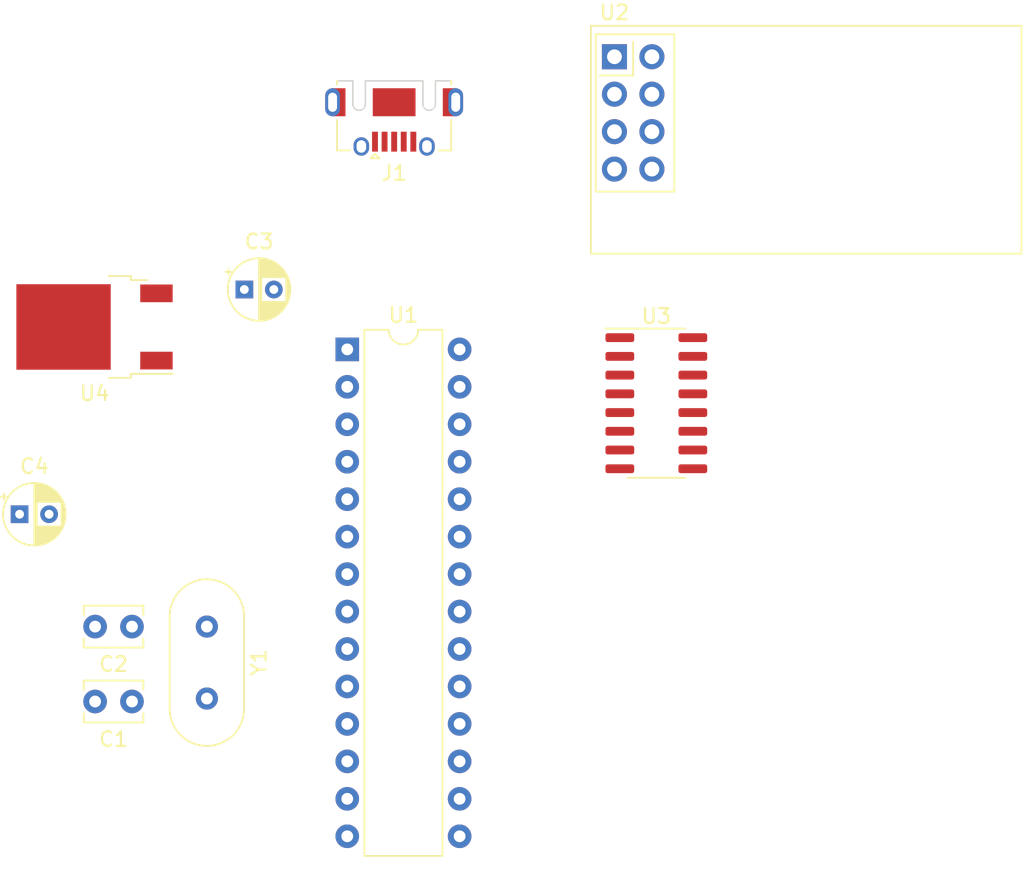
<source format=kicad_pcb>
(kicad_pcb (version 20211014) (generator pcbnew)
  (layers (0 "F.Cu" signal) (31 "B.Cu" signal) (34 "B.Paste" user) (35 "F.Paste" user) (36 "B.SilkS" user "B.Silkscreen") (37 "F.SilkS" user "F.Silkscreen") (38 "B.Mask" user) (39 "F.Mask" user) (44 "Edge.Cuts" user))
  (net 0 "")
  (net 1 "Net-(C1-Pad1)")
  (net 2 "Net-(C1-Pad2)")
  (net 3 "Net-(C2-Pad1)")
  (net 4 "Net-(C3-Pad1)")
  (net 5 "Net-(C4-Pad1)")
  (net 6 "Net-(J1-Pad2)")
  (net 7 "Net-(J1-Pad3)")
  (net 10 "Net-(U1-Pad2)")
  (net 11 "Net-(U1-Pad3)")
  (net 18 "Net-(U1-Pad14)")
  (net 19 "Net-(U1-Pad15)")
  (net 20 "Net-(U1-Pad16)")
  (net 21 "Net-(U1-Pad17)")
  (net 22 "Net-(U1-Pad18)")
  (net 23 "Net-(U1-Pad19)")
  (footprint "Connector_USB:USB_Micro-AB_Molex_47590-0001" (layer "F.Cu") (at 127 53.34 180)
    (fp_text reference "J1" (at 0 -4.8) (layer "F.SilkS"))
    (fp_text value "USB_B_Micro")
    (fp_line (start 1.3 -3.5) (end 1.6 -3.8) (layer "F.SilkS") (width 0.12))
    (fp_line (start -3.87 -3.27) (end -3.87 -1.2) (layer "F.SilkS") (width 0.12))
    (fp_line (start -3.87 -3.27) (end -3 -3.27) (layer "F.SilkS") (width 0.12))
    (fp_line (start 3.87 1.2) (end 3.87 1.45) (layer "F.SilkS") (width 0.12))
    (fp_line (start 1 -3.8) (end 1.6 -3.8) (layer "F.SilkS") (width 0.12))
    (fp_line (start 3.87 -3.27) (end 3.87 -1.2) (layer "F.SilkS") (width 0.12))
    (fp_line (start 3 -3.27) (end 3.87 -3.27) (layer "F.SilkS") (width 0.12))
    (fp_line (start 1.3 -3.5) (end 1 -3.8) (layer "F.SilkS") (width 0.12))
    (fp_line (start -3.87 1.2) (end -3.87 1.45) (layer "F.SilkS") (width 0.12))
    (fp_line (start 2.8 1.45) (end 3.75 1.45) (layer "Edge.Cuts") (width 0.1))
    (fp_line (start -1.95 1.45) (end 1.95 1.45) (layer "Edge.Cuts") (width 0.1))
    (fp_line (start 1.95 -0.125) (end 1.95 1.45) (layer "Edge.Cuts") (width 0.1))
    (fp_line (start -2.8 -0.125) (end -2.8 1.45) (layer "Edge.Cuts") (width 0.1))
    (fp_line (start -3.75 1.45) (end -2.8 1.45) (layer "Edge.Cuts") (width 0.1))
    (fp_line (start -1.95 -0.125) (end -1.95 1.45) (layer "Edge.Cuts") (width 0.1))
    (fp_line (start 2.8 -0.125) (end 2.8 1.45) (layer "Edge.Cuts") (width 0.1))
    (fp_arc (start -2.8 -0.125) (mid -2.375 -0.55) (end -1.95 -0.125) (layer "Edge.Cuts") (width 0.1))
    (fp_arc (start 1.95 -0.125) (mid 2.375 -0.55) (end 2.8 -0.125) (layer "Edge.Cuts") (width 0.1))
    (pad "1" smd rect (at 1.3 -2.675 180) (size 0.4 1.35) (layers "F.Cu" "F.Paste" "F.Mask") (net 5 "Net-(C4-Pad1)"))
    (pad "2" smd rect (at 0.65 -2.675 180) (size 0.4 1.35) (layers "F.Cu" "F.Paste" "F.Mask") (net 6 "Net-(J1-Pad2)"))
    (pad "3" smd rect (at 0 -2.675 180) (size 0.4 1.35) (layers "F.Cu" "F.Paste" "F.Mask") (net 7 "Net-(J1-Pad3)"))
    (pad "4" smd rect (at -0.65 -2.675 180) (size 0.4 1.35) (layers "F.Cu" "F.Paste" "F.Mask"))
    (pad "5" smd rect (at -1.3 -2.675 180) (size 0.4 1.35) (layers "F.Cu" "F.Paste" "F.Mask") (net 2 "Net-(C1-Pad2)"))
    (pad "6" smd rect (at 0 0 180) (size 2.9 1.9) (layers "F.Cu" "F.Paste" "F.Mask") (net 2 "Net-(C1-Pad2)"))
    (pad "6" thru_hole oval (at -4.175 0 180) (size 1 1.9) (drill oval 0.6 1.3) (layers *.Cu *.Mask) (net 2 "Net-(C1-Pad2)"))
    (pad "6" thru_hole oval (at -2.225 -3 180) (size 1.05 1.25) (drill oval 0.65 0.85) (layers *.Cu *.Mask) (net 2 "Net-(C1-Pad2)"))
    (pad "6" smd rect (at 3.7375 0 180) (size 0.875 1.9) (layers "F.Cu" "F.Mask") (net 2 "Net-(C1-Pad2)"))
    (pad "6" thru_hole oval (at 2.225 -3 180) (size 1.05 1.25) (drill oval 0.65 0.85) (layers *.Cu *.Mask) (net 2 "Net-(C1-Pad2)"))
    (pad "6" smd rect (at -3.7375 0 180) (size 0.875 1.9) (layers "F.Cu" "F.Mask") (net 2 "Net-(C1-Pad2)"))
    (pad "6" thru_hole oval (at 4.175 0 180) (size 1 1.9) (drill oval 0.6 1.3) (layers *.Cu *.Mask) (net 2 "Net-(C1-Pad2)"))
  )
  (footprint "Crystal:Crystal_HC49-U_Vertical" (layer "F.Cu") (at 114.3 88.9 -90)
    (fp_text reference "Y1" (at 2.44 -3.525 90) (layer "F.SilkS"))
    (fp_text value "16MHz")
    (fp_line (start -0.685 -2.525) (end 5.565 -2.525) (layer "F.SilkS") (width 0.12))
    (fp_line (start -0.685 2.525) (end 5.565 2.525) (layer "F.SilkS") (width 0.12))
    (fp_arc (start 5.565 -2.525) (mid 8.09 0) (end 5.565 2.525) (layer "F.SilkS") (width 0.12))
    (fp_arc (start -0.685 2.525) (mid -3.21 0) (end -0.685 -2.525) (layer "F.SilkS") (width 0.12))
    (pad "1" thru_hole circle (at 0 0 270) (size 1.5 1.5) (drill 0.8) (layers *.Cu *.Mask) (net 3 "Net-(C2-Pad1)"))
    (pad "2" thru_hole circle (at 4.88 0 270) (size 1.5 1.5) (drill 0.8) (layers *.Cu *.Mask) (net 1 "Net-(C1-Pad1)"))
  )
  (footprint "Capacitor_THT:C_Disc_D3.8mm_W2.6mm_P2.50mm" (layer "F.Cu") (at 109.22 88.9 180)
    (fp_text reference "C2" (at 1.25 -2.55) (layer "F.SilkS"))
    (fp_text value "22pF")
    (fp_line (start -0.77 -1.42) (end 3.27 -1.42) (layer "F.SilkS") (width 0.12))
    (fp_line (start 3.27 0.795) (end 3.27 1.42) (layer "F.SilkS") (width 0.12))
    (fp_line (start -0.77 0.795) (end -0.77 1.42) (layer "F.SilkS") (width 0.12))
    (fp_line (start -0.77 1.42) (end 3.27 1.42) (layer "F.SilkS") (width 0.12))
    (fp_line (start -0.77 -1.42) (end -0.77 -0.795) (layer "F.SilkS") (width 0.12))
    (fp_line (start 3.27 -1.42) (end 3.27 -0.795) (layer "F.SilkS") (width 0.12))
    (pad "1" thru_hole circle (at 0 0 180) (size 1.6 1.6) (drill 0.8) (layers *.Cu *.Mask) (net 3 "Net-(C2-Pad1)"))
    (pad "2" thru_hole circle (at 2.5 0 180) (size 1.6 1.6) (drill 0.8) (layers *.Cu *.Mask) (net 2 "Net-(C1-Pad2)"))
  )
  (footprint "Package_SO:SOIC-16_3.9x9.9mm_P1.27mm" (layer "F.Cu") (at 144.78 73.75)
    (fp_text reference "U3" (at 0 -5.9) (layer "F.SilkS"))
    (fp_text value "CH340C")
    (fp_line (start 0 -5.06) (end -3.45 -5.06) (layer "F.SilkS") (width 0.12))
    (fp_line (start 0 5.06) (end -1.95 5.06) (layer "F.SilkS") (width 0.12))
    (fp_line (start 0 5.06) (end 1.95 5.06) (layer "F.SilkS") (width 0.12))
    (fp_line (start 0 -5.06) (end 1.95 -5.06) (layer "F.SilkS") (width 0.12))
    (pad "1" smd roundrect (at -2.475 -4.445) (size 1.95 0.6) (layers "F.Cu" "F.Paste" "F.Mask") (net 2 "Net-(C1-Pad2)"))
    (pad "2" smd roundrect (at -2.475 -3.175) (size 1.95 0.6) (layers "F.Cu" "F.Paste" "F.Mask") (net 10 "Net-(U1-Pad2)"))
    (pad "3" smd roundrect (at -2.475 -1.905) (size 1.95 0.6) (layers "F.Cu" "F.Paste" "F.Mask") (net 11 "Net-(U1-Pad3)"))
    (pad "4" smd roundrect (at -2.475 -0.635) (size 1.95 0.6) (layers "F.Cu" "F.Paste" "F.Mask") (net 4 "Net-(C3-Pad1)"))
    (pad "5" smd roundrect (at -2.475 0.635) (size 1.95 0.6) (layers "F.Cu" "F.Paste" "F.Mask") (net 7 "Net-(J1-Pad3)"))
    (pad "6" smd roundrect (at -2.475 1.905) (size 1.95 0.6) (layers "F.Cu" "F.Paste" "F.Mask") (net 6 "Net-(J1-Pad2)"))
    (pad "7" smd roundrect (at -2.475 3.175) (size 1.95 0.6) (layers "F.Cu" "F.Paste" "F.Mask"))
    (pad "8" smd roundrect (at -2.475 4.445) (size 1.95 0.6) (layers "F.Cu" "F.Paste" "F.Mask"))
    (pad "9" smd roundrect (at 2.475 4.445) (size 1.95 0.6) (layers "F.Cu" "F.Paste" "F.Mask"))
    (pad "10" smd roundrect (at 2.475 3.175) (size 1.95 0.6) (layers "F.Cu" "F.Paste" "F.Mask"))
    (pad "11" smd roundrect (at 2.475 1.905) (size 1.95 0.6) (layers "F.Cu" "F.Paste" "F.Mask"))
    (pad "12" smd roundrect (at 2.475 0.635) (size 1.95 0.6) (layers "F.Cu" "F.Paste" "F.Mask"))
    (pad "13" smd roundrect (at 2.475 -0.635) (size 1.95 0.6) (layers "F.Cu" "F.Paste" "F.Mask"))
    (pad "14" smd roundrect (at 2.475 -1.905) (size 1.95 0.6) (layers "F.Cu" "F.Paste" "F.Mask"))
    (pad "15" smd roundrect (at 2.475 -3.175) (size 1.95 0.6) (layers "F.Cu" "F.Paste" "F.Mask"))
    (pad "16" smd roundrect (at 2.475 -4.445) (size 1.95 0.6) (layers "F.Cu" "F.Paste" "F.Mask") (net 4 "Net-(C3-Pad1)"))
  )
  (footprint "Capacitor_THT:CP_Radial_D4.0mm_P2.00mm" (layer "F.Cu") (at 116.84 66.04)
    (fp_text reference "C3" (at 1 -3.25) (layer "F.SilkS"))
    (fp_text value "10uF")
    (fp_line (start 2.001 0.84) (end 2.001 1.83) (layer "F.SilkS") (width 0.12))
    (fp_line (start 1.721 -1.954) (end 1.721 -0.84) (layer "F.SilkS") (width 0.12))
    (fp_line (start 2.761 -1.142) (end 2.761 -0.84) (layer "F.SilkS") (width 0.12))
    (fp_line (start 2.241 0.84) (end 2.241 1.68) (layer "F.SilkS") (width 0.12))
    (fp_line (start 2.801 -1.08) (end 2.801 -0.84) (layer "F.SilkS") (width 0.12))
    (fp_line (start 1.801 0.84) (end 1.801 1.924) (layer "F.SilkS") (width 0.12))
    (fp_line (start 2.801 0.84) (end 2.801 1.08) (layer "F.SilkS") (width 0.12))
    (fp_line (start 2.761 0.84) (end 2.761 1.142) (layer "F.SilkS") (width 0.12))
    (fp_line (start 1.4 -2.042) (end 1.4 -0.84) (layer "F.SilkS") (width 0.12))
    (fp_line (start 1.24 0.84) (end 1.24 2.067) (layer "F.SilkS") (width 0.12))
    (fp_line (start 1.48 0.84) (end 1.48 2.025) (layer "F.SilkS") (width 0.12))
    (fp_line (start 1.761 0.84) (end 1.761 1.94) (layer "F.SilkS") (width 0.12))
    (fp_line (start 3.081 -0.37) (end 3.081 0.37) (layer "F.SilkS") (width 0.12))
    (fp_line (start 2.201 0.84) (end 2.201 1.708) (layer "F.SilkS") (width 0.12))
    (fp_line (start 2.721 -1.2) (end 2.721 -0.84) (layer "F.SilkS") (width 0.12))
    (fp_line (start 2.681 0.84) (end 2.681 1.254) (layer "F.SilkS") (width 0.12))
    (fp_line (start 1.961 -1.851) (end 1.961 -0.84) (layer "F.SilkS") (width 0.12))
    (fp_line (start 1.36 0.84) (end 1.36 2.05) (layer "F.SilkS") (width 0.12))
    (fp_line (start 1.32 0.84) (end 1.32 2.056) (layer "F.SilkS") (width 0.12))
    (fp_line (start 2.401 -1.552) (end 2.401 -0.84) (layer "F.SilkS") (width 0.12))
    (fp_line (start 2.641 0.84) (end 2.641 1.304) (layer "F.SilkS") (width 0.12))
    (fp_line (start 2.681 -1.254) (end 2.681 -0.84) (layer "F.SilkS") (width 0.12))
    (fp_line (start 2.201 -1.708) (end 2.201 -0.84) (layer "F.SilkS") (width 0.12))
    (fp_line (start 1.12 -2.077) (end 1.12 2.077) (layer "F.SilkS") (width 0.12))
    (fp_line (start 2.361 0.84) (end 2.361 1.587) (layer "F.SilkS") (width 0.12))
    (fp_line (start 1.64 -1.982) (end 1.64 -0.84) (layer "F.SilkS") (width 0.12))
    (fp_line (start 2.001 -1.83) (end 2.001 -0.84) (layer "F.SilkS") (width 0.12))
    (fp_line (start 1.52 0.84) (end 1.52 2.016) (layer "F.SilkS") (width 0.12))
    (fp_line (start 2.641 -1.304) (end 2.641 -0.84) (layer "F.SilkS") (width 0.12))
    (fp_line (start 2.401 0.84) (end 2.401 1.552) (layer "F.SilkS") (width 0.12))
    (fp_line (start 1.761 -1.94) (end 1.761 -0.84) (layer "F.SilkS") (width 0.12))
    (fp_line (start 2.601 -1.351) (end 2.601 -0.84) (layer "F.SilkS") (width 0.12))
    (fp_line (start 3.041 -0.537) (end 3.041 0.537) (layer "F.SilkS") (width 0.12))
    (fp_line (start 3.001 -0.664) (end 3.001 0.664) (layer "F.SilkS") (width 0.12))
    (fp_line (start 2.321 0.84) (end 2.321 1.619) (layer "F.SilkS") (width 0.12))
    (fp_line (start 1.44 0.84) (end 1.44 2.034) (layer "F.SilkS") (width 0.12))
    (fp_line (start 1.44 -2.034) (end 1.44 -0.84) (layer "F.SilkS") (width 0.12))
    (fp_line (start 2.281 0.84) (end 2.281 1.65) (layer "F.SilkS") (width 0.12))
    (fp_line (start 1.04 -2.08) (end 1.04 2.08) (layer "F.SilkS") (width 0.12))
    (fp_line (start 2.481 0.84) (end 2.481 1.478) (layer "F.SilkS") (width 0.12))
    (fp_line (start 2.521 -1.438) (end 2.521 -0.84) (layer "F.SilkS") (width 0.12))
    (fp_line (start 1.721 0.84) (end 1.721 1.954) (layer "F.SilkS") (width 0.12))
    (fp_line (start 1.881 -1.889) (end 1.881 -0.84) (layer "F.SilkS") (width 0.12))
    (fp_line (start 2.121 0.84) (end 2.121 1.76) (layer "F.SilkS") (width 0.12))
    (fp_line (start 1.56 -2.005) (end 1.56 -0.84) (layer "F.SilkS") (width 0.12))
    (fp_line (start 2.121 -1.76) (end 2.121 -0.84) (layer "F.SilkS") (width 0.12))
    (fp_line (start 2.561 0.84) (end 2.561 1.396) (layer "F.SilkS") (width 0.12))
    (fp_line (start 1.801 -1.924) (end 1.801 -0.84) (layer "F.SilkS") (width 0.12))
    (fp_line (start 2.521 0.84) (end 2.521 1.438) (layer "F.SilkS") (width 0.12))
    (fp_line (start 2.081 -1.785) (end 2.081 -0.84) (layer "F.SilkS") (width 0.12))
    (fp_line (start 2.041 -1.808) (end 2.041 -0.84) (layer "F.SilkS") (width 0.12))
    (fp_line (start 2.161 -1.735) (end 2.161 -0.84) (layer "F.SilkS") (width 0.12))
    (fp_line (start 2.961 -0.768) (end 2.961 0.768) (layer "F.SilkS") (width 0.12))
    (fp_line (start 2.241 -1.68) (end 2.241 -0.84) (layer "F.SilkS") (width 0.12))
    (fp_line (start 1.16 -2.074) (end 1.16 2.074) (layer "F.SilkS") (width 0.12))
    (fp_line (start 2.561 -1.396) (end 2.561 -0.84) (layer "F.SilkS") (width 0.12))
    (fp_line (start 1.36 -2.05) (end 1.36 -0.84) (layer "F.SilkS") (width 0.12))
    (fp_line (start 2.281 -1.65) (end 2.281 -0.84) (layer "F.SilkS") (width 0.12))
    (fp_line (start 1.52 -2.016) (end 1.52 -0.84) (layer "F.SilkS") (width 0.12))
    (fp_line (start 1.841 0.84) (end 1.841 1.907) (layer "F.SilkS") (width 0.12))
    (fp_line (start 2.881 -0.94) (end 2.881 0.94) (layer "F.SilkS") (width 0.12))
    (fp_line (start 1.28 -2.062) (end 1.28 -0.84) (layer "F.SilkS") (width 0.12))
    (fp_line (start 1.921 0.84) (end 1.921 1.87) (layer "F.SilkS") (width 0.12))
    (fp_line (start 2.441 0.84) (end 2.441 1.516) (layer "F.SilkS") (width 0.12))
    (fp_line (start 2.921 -0.859) (end 2.921 0.859) (layer "F.SilkS") (width 0.12))
    (fp_line (start 1.961 0.84) (end 1.961 1.851) (layer "F.SilkS") (width 0.12))
    (fp_line (start 2.081 0.84) (end 2.081 1.785) (layer "F.SilkS") (width 0.12))
    (fp_line (start 1.2 -2.071) (end 1.2 -0.84) (layer "F.SilkS") (width 0.12))
    (fp_line (start 2.441 -1.516) (end 2.441 -0.84) (layer "F.SilkS") (width 0.12))
    (fp_line (start 2.721 0.84) (end 2.721 1.2) (layer "F.SilkS") (width 0.12))
    (fp_line (start 1 -2.08) (end 1 2.08) (layer "F.SilkS") (width 0.12))
    (fp_line (start 1.6 -1.994) (end 1.6 -0.84) (layer "F.SilkS") (width 0.12))
    (fp_line (start 1.48 -2.025) (end 1.48 -0.84) (layer "F.SilkS") (width 0.12))
    (fp_line (start -1.269801 -1.195) (end -0.869801 -1.195) (layer "F.SilkS") (width 0.12))
    (fp_line (start 1.921 -1.87) (end 1.921 -0.84) (layer "F.SilkS") (width 0.12))
    (fp_line (start 2.161 0.84) (end 2.161 1.735) (layer "F.SilkS") (width 0.12))
    (fp_line (start 1.56 0.84) (end 1.56 2.005) (layer "F.SilkS") (width 0.12))
    (fp_line (start 1.28 0.84) (end 1.28 2.062) (layer "F.SilkS") (width 0.12))
    (fp_line (start 1.2 0.84) (end 1.2 2.071) (layer "F.SilkS") (width 0.12))
    (fp_line (start 1.32 -2.056) (end 1.32 -0.84) (layer "F.SilkS") (width 0.12))
    (fp_line (start 2.481 -1.478) (end 2.481 -0.84) (layer "F.SilkS") (width 0.12))
    (fp_line (start 1.881 0.84) (end 1.881 1.889) (layer "F.SilkS") (width 0.12))
    (fp_line (start 1.08 -2.079) (end 1.08 2.079) (layer "F.SilkS") (width 0.12))
    (fp_line (start 1.4 0.84) (end 1.4 2.042) (layer "F.SilkS") (width 0.12))
    (fp_line (start 1.64 0.84) (end 1.64 1.982) (layer "F.SilkS") (width 0.12))
    (fp_line (start 2.361 -1.587) (end 2.361 -0.84) (layer "F.SilkS") (width 0.12))
    (fp_line (start 1.68 -1.968) (end 1.68 -0.84) (layer "F.SilkS") (width 0.12))
    (fp_line (start 2.321 -1.619) (end 2.321 -0.84) (layer "F.SilkS") (width 0.12))
    (fp_line (start 2.841 -1.013) (end 2.841 1.013) (layer "F.SilkS") (width 0.12))
    (fp_line (start -1.069801 -1.395) (end -1.069801 -0.995) (layer "F.SilkS") (width 0.12))
    (fp_line (start 1.841 -1.907) (end 1.841 -0.84) (layer "F.SilkS") (width 0.12))
    (fp_line (start 2.041 0.84) (end 2.041 1.808) (layer "F.SilkS") (width 0.12))
    (fp_line (start 1.68 0.84) (end 1.68 1.968) (layer "F.SilkS") (width 0.12))
    (fp_line (start 1.24 -2.067) (end 1.24 -0.84) (layer "F.SilkS") (width 0.12))
    (fp_line (start 1.6 0.84) (end 1.6 1.994) (layer "F.SilkS") (width 0.12))
    (fp_line (start 2.601 0.84) (end 2.601 1.351) (layer "F.SilkS") (width 0.12))
    (fp_circle (center 1 0) (end 3.12 0) (layer "F.SilkS") (width 0.12) (fill none))
    (pad "1" thru_hole rect (at 0 0) (size 1.2 1.2) (drill 0.6) (layers *.Cu *.Mask) (net 4 "Net-(C3-Pad1)"))
    (pad "2" thru_hole circle (at 2 0) (size 1.2 1.2) (drill 0.6) (layers *.Cu *.Mask) (net 2 "Net-(C1-Pad2)"))
  )
  (footprint "RF_Module:nRF24L01_Breakout" (layer "F.Cu") (at 141.94 50.255)
    (fp_text reference "U2" (at 0 -3) (layer "F.SilkS"))
    (fp_text value "NRF24L01_Breakout")
    (fp_line (start -1.27 9.144) (end -1.27 9.144) (layer "F.SilkS") (width 0.12))
    (fp_line (start 27.6 13.35) (end -1.6 13.35) (layer "F.SilkS") (width 0.12))
    (fp_line (start -1.27 -1.524) (end 4.064 -1.524) (layer "F.SilkS") (width 0.12))
    (fp_line (start -1.016 1.27) (end -1.016 1.27) (layer "F.SilkS") (width 0.12))
    (fp_line (start -1.27 -1.524) (end -1.27 -1.524) (layer "F.SilkS") (width 0.12))
    (fp_line (start 4.064 -1.524) (end 4.064 9.144) (layer "F.SilkS") (width 0.12))
    (fp_line (start -1.6 13.35) (end -1.6 -2.1) (layer "F.SilkS") (width 0.12))
    (fp_line (start 1.27 1.27) (end -1.016 1.27) (layer "F.SilkS") (width 0.12))
    (fp_line (start 27.6 -2.1) (end 27.6 13.35) (layer "F.SilkS") (width 0.12))
    (fp_line (start 4.064 9.144) (end -1.27 9.144) (layer "F.SilkS") (width 0.12))
    (fp_line (start -1.27 9.144) (end -1.27 -1.524) (layer "F.SilkS") (width 0.12))
    (fp_line (start 1.27 -1.016) (end 1.27 1.27) (layer "F.SilkS") (width 0.12))
    (fp_line (start -1.6 -2.1) (end 27.6 -2.1) (layer "F.SilkS") (width 0.12))
    (fp_line (start -1.6 -2.1) (end -1.6 -2.1) (layer "F.SilkS") (width 0.12))
    (pad "1" thru_hole rect (at 0 0) (size 1.7 1.7) (drill 1) (layers *.Cu *.Mask) (net 2 "Net-(C1-Pad2)"))
    (pad "2" thru_hole circle (at 2.54 0) (size 1.7 1.7) (drill 1) (layers *.Cu *.Mask) (net 4 "Net-(C3-Pad1)"))
    (pad "3" thru_hole circle (at 0 2.54) (size 1.7 1.7) (drill 1) (layers *.Cu *.Mask) (net 19 "Net-(U1-Pad15)"))
    (pad "4" thru_hole circle (at 2.54 2.54) (size 1.7 1.7) (drill 1) (layers *.Cu *.Mask) (net 20 "Net-(U1-Pad16)"))
    (pad "5" thru_hole circle (at 0 5.08) (size 1.7 1.7) (drill 1) (layers *.Cu *.Mask) (net 23 "Net-(U1-Pad19)"))
    (pad "6" thru_hole circle (at 2.54 5.08) (size 1.7 1.7) (drill 1) (layers *.Cu *.Mask) (net 21 "Net-(U1-Pad17)"))
    (pad "7" thru_hole circle (at 0 7.62) (size 1.7 1.7) (drill 1) (layers *.Cu *.Mask) (net 22 "Net-(U1-Pad18)"))
    (pad "8" thru_hole circle (at 2.54 7.62) (size 1.7 1.7) (drill 1) (layers *.Cu *.Mask) (net 18 "Net-(U1-Pad14)"))
  )
  (footprint "Capacitor_THT:C_Disc_D3.8mm_W2.6mm_P2.50mm" (layer "F.Cu") (at 109.22 93.98 180)
    (fp_text reference "C1" (at 1.25 -2.55) (layer "F.SilkS"))
    (fp_text value "22pF")
    (fp_line (start -0.77 -1.42) (end 3.27 -1.42) (layer "F.SilkS") (width 0.12))
    (fp_line (start -0.77 -1.42) (end -0.77 -0.795) (layer "F.SilkS") (width 0.12))
    (fp_line (start 3.27 0.795) (end 3.27 1.42) (layer "F.SilkS") (width 0.12))
    (fp_line (start -0.77 0.795) (end -0.77 1.42) (layer "F.SilkS") (width 0.12))
    (fp_line (start -0.77 1.42) (end 3.27 1.42) (layer "F.SilkS") (width 0.12))
    (fp_line (start 3.27 -1.42) (end 3.27 -0.795) (layer "F.SilkS") (width 0.12))
    (pad "1" thru_hole circle (at 0 0 180) (size 1.6 1.6) (drill 0.8) (layers *.Cu *.Mask) (net 1 "Net-(C1-Pad1)"))
    (pad "2" thru_hole circle (at 2.5 0 180) (size 1.6 1.6) (drill 0.8) (layers *.Cu *.Mask) (net 2 "Net-(C1-Pad2)"))
  )
  (footprint "Package_TO_SOT_SMD:TO-252-2" (layer "F.Cu") (at 106.68 68.58 180)
    (fp_text reference "U4" (at 0 -4.5) (layer "F.SilkS"))
    (fp_text value "LM1117-3.3")
    (fp_line (start -2.47 3.18) (end -3.57 3.18) (layer "F.SilkS") (width 0.12))
    (fp_line (start -2.47 -3.45) (end -2.47 -3.18) (layer "F.SilkS") (width 0.12))
    (fp_line (start -2.47 3.45) (end -2.47 3.18) (layer "F.SilkS") (width 0.12))
    (fp_line (start -0.97 3.45) (end -2.47 3.45) (layer "F.SilkS") (width 0.12))
    (fp_line (start -0.97 -3.45) (end -2.47 -3.45) (layer "F.SilkS") (width 0.12))
    (fp_line (start -2.47 -3.18) (end -5.3 -3.18) (layer "F.SilkS") (width 0.12))
    (pad "1" smd rect (at -4.2 -2.28 180) (size 2.2 1.2) (layers "F.Cu" "F.Paste" "F.Mask") (net 2 "Net-(C1-Pad2)"))
    (pad "2" smd rect (at 2.1 0 180) (size 6.4 5.8) (layers "F.Cu" "F.Mask") (net 4 "Net-(C3-Pad1)"))
    (pad "3" smd rect (at -4.2 2.28 180) (size 2.2 1.2) (layers "F.Cu" "F.Paste" "F.Mask") (net 5 "Net-(C4-Pad1)"))
  )
  (footprint "Package_DIP:DIP-28_W7.62mm" (layer "F.Cu") (at 123.82 70.1)
    (fp_text reference "U1" (at 3.81 -2.33) (layer "F.SilkS"))
    (fp_text value "ATmega328P-P")
    (fp_line (start 1.16 -1.33) (end 1.16 34.35) (layer "F.SilkS") (width 0.12))
    (fp_line (start 6.46 34.35) (end 6.46 -1.33) (layer "F.SilkS") (width 0.12))
    (fp_line (start 1.16 34.35) (end 6.46 34.35) (layer "F.SilkS") (width 0.12))
    (fp_line (start 2.81 -1.33) (end 1.16 -1.33) (layer "F.SilkS") (width 0.12))
    (fp_line (start 6.46 -1.33) (end 4.81 -1.33) (layer "F.SilkS") (width 0.12))
    (fp_arc (start 4.81 -1.33) (mid 3.81 -0.33) (end 2.81 -1.33) (layer "F.SilkS") (width 0.12))
    (pad "1" thru_hole rect (at 0 0) (size 1.6 1.6) (drill 0.8) (layers *.Cu *.Mask))
    (pad "2" thru_hole oval (at 0 2.54) (size 1.6 1.6) (drill 0.8) (layers *.Cu *.Mask) (net 10 "Net-(U1-Pad2)"))
    (pad "3" thru_hole oval (at 0 5.08) (size 1.6 1.6) (drill 0.8) (layers *.Cu *.Mask) (net 11 "Net-(U1-Pad3)"))
    (pad "4" thru_hole oval (at 0 7.62) (size 1.6 1.6) (drill 0.8) (layers *.Cu *.Mask))
    (pad "5" thru_hole oval (at 0 10.16) (size 1.6 1.6) (drill 0.8) (layers *.Cu *.Mask))
    (pad "6" thru_hole oval (at 0 12.7) (size 1.6 1.6) (drill 0.8) (layers *.Cu *.Mask))
    (pad "7" thru_hole oval (at 0 15.24) (size 1.6 1.6) (drill 0.8) (layers *.Cu *.Mask) (net 4 "Net-(C3-Pad1)"))
    (pad "8" thru_hole oval (at 0 17.78) (size 1.6 1.6) (drill 0.8) (layers *.Cu *.Mask) (net 2 "Net-(C1-Pad2)"))
    (pad "9" thru_hole oval (at 0 20.32) (size 1.6 1.6) (drill 0.8) (layers *.Cu *.Mask) (net 3 "Net-(C2-Pad1)"))
    (pad "10" thru_hole oval (at 0 22.86) (size 1.6 1.6) (drill 0.8) (layers *.Cu *.Mask) (net 1 "Net-(C1-Pad1)"))
    (pad "11" thru_hole oval (at 0 25.4) (size 1.6 1.6) (drill 0.8) (layers *.Cu *.Mask))
    (pad "12" thru_hole oval (at 0 27.94) (size 1.6 1.6) (drill 0.8) (layers *.Cu *.Mask))
    (pad "13" thru_hole oval (at 0 30.48) (size 1.6 1.6) (drill 0.8) (layers *.Cu *.Mask))
    (pad "14" thru_hole oval (at 0 33.02) (size 1.6 1.6) (drill 0.8) (layers *.Cu *.Mask) (net 18 "Net-(U1-Pad14)"))
    (pad "15" thru_hole oval (at 7.62 33.02) (size 1.6 1.6) (drill 0.8) (layers *.Cu *.Mask) (net 19 "Net-(U1-Pad15)"))
    (pad "16" thru_hole oval (at 7.62 30.48) (size 1.6 1.6) (drill 0.8) (layers *.Cu *.Mask) (net 20 "Net-(U1-Pad16)"))
    (pad "17" thru_hole oval (at 7.62 27.94) (size 1.6 1.6) (drill 0.8) (layers *.Cu *.Mask) (net 21 "Net-(U1-Pad17)"))
    (pad "18" thru_hole oval (at 7.62 25.4) (size 1.6 1.6) (drill 0.8) (layers *.Cu *.Mask) (net 22 "Net-(U1-Pad18)"))
    (pad "19" thru_hole oval (at 7.62 22.86) (size 1.6 1.6) (drill 0.8) (layers *.Cu *.Mask) (net 23 "Net-(U1-Pad19)"))
    (pad "20" thru_hole oval (at 7.62 20.32) (size 1.6 1.6) (drill 0.8) (layers *.Cu *.Mask) (net 4 "Net-(C3-Pad1)"))
    (pad "21" thru_hole oval (at 7.62 17.78) (size 1.6 1.6) (drill 0.8) (layers *.Cu *.Mask))
    (pad "22" thru_hole oval (at 7.62 15.24) (size 1.6 1.6) (drill 0.8) (layers *.Cu *.Mask) (net 2 "Net-(C1-Pad2)"))
    (pad "23" thru_hole oval (at 7.62 12.7) (size 1.6 1.6) (drill 0.8) (layers *.Cu *.Mask))
    (pad "24" thru_hole oval (at 7.62 10.16) (size 1.6 1.6) (drill 0.8) (layers *.Cu *.Mask))
    (pad "25" thru_hole oval (at 7.62 7.62) (size 1.6 1.6) (drill 0.8) (layers *.Cu *.Mask))
    (pad "26" thru_hole oval (at 7.62 5.08) (size 1.6 1.6) (drill 0.8) (layers *.Cu *.Mask))
    (pad "27" thru_hole oval (at 7.62 2.54) (size 1.6 1.6) (drill 0.8) (layers *.Cu *.Mask))
    (pad "28" thru_hole oval (at 7.62 0) (size 1.6 1.6) (drill 0.8) (layers *.Cu *.Mask))
  )
  (footprint "Capacitor_THT:CP_Radial_D4.0mm_P2.00mm" (layer "F.Cu") (at 101.6 81.28)
    (fp_text reference "C4" (at 1 -3.25) (layer "F.SilkS"))
    (fp_text value "10uF")
    (fp_line (start 1.16 -2.074) (end 1.16 2.074) (layer "F.SilkS") (width 0.12))
    (fp_line (start 1.881 0.84) (end 1.881 1.889) (layer "F.SilkS") (width 0.12))
    (fp_line (start 2.601 -1.351) (end 2.601 -0.84) (layer "F.SilkS") (width 0.12))
    (fp_line (start 2.121 0.84) (end 2.121 1.76) (layer "F.SilkS") (width 0.12))
    (fp_line (start 2.681 -1.254) (end 2.681 -0.84) (layer "F.SilkS") (width 0.12))
    (fp_line (start 1.56 0.84) (end 1.56 2.005) (layer "F.SilkS") (width 0.12))
    (fp_line (start 2.321 0.84) (end 2.321 1.619) (layer "F.SilkS") (width 0.12))
    (fp_line (start 2.241 -1.68) (end 2.241 -0.84) (layer "F.SilkS") (width 0.12))
    (fp_line (start 1.68 -1.968) (end 1.68 -0.84) (layer "F.SilkS") (width 0.12))
    (fp_line (start 1.2 -2.071) (end 1.2 -0.84) (layer "F.SilkS") (width 0.12))
    (fp_line (start 1.04 -2.08) (end 1.04 2.08) (layer "F.SilkS") (width 0.12))
    (fp_line (start 2.801 0.84) (end 2.801 1.08) (layer "F.SilkS") (width 0.12))
    (fp_line (start 1.801 -1.924) (end 1.801 -0.84) (layer "F.SilkS") (width 0.12))
    (fp_line (start 1.48 -2.025) (end 1.48 -0.84) (layer "F.SilkS") (width 0.12))
    (fp_line (start 1.2 0.84) (end 1.2 2.071) (layer "F.SilkS") (width 0.12))
    (fp_line (start 2.281 0.84) (end 2.281 1.65) (layer "F.SilkS") (width 0.12))
    (fp_line (start 1.721 -1.954) (end 1.721 -0.84) (layer "F.SilkS") (width 0.12))
    (fp_line (start 1.961 0.84) (end 1.961 1.851) (layer "F.SilkS") (width 0.12))
    (fp_line (start 2.161 -1.735) (end 2.161 -0.84) (layer "F.SilkS") (width 0.12))
    (fp_line (start 2.721 0.84) (end 2.721 1.2) (layer "F.SilkS") (width 0.12))
    (fp_line (start 3.041 -0.537) (end 3.041 0.537) (layer "F.SilkS") (width 0.12))
    (fp_line (start 2.841 -1.013) (end 2.841 1.013) (layer "F.SilkS") (width 0.12))
    (fp_line (start 2.081 -1.785) (end 2.081 -0.84) (layer "F.SilkS") (width 0.12))
    (fp_line (start 2.081 0.84) (end 2.081 1.785) (layer "F.SilkS") (width 0.12))
    (fp_line (start 2.921 -0.859) (end 2.921 0.859) (layer "F.SilkS") (width 0.12))
    (fp_line (start 2.521 0.84) (end 2.521 1.438) (layer "F.SilkS") (width 0.12))
    (fp_line (start 1.36 0.84) (end 1.36 2.05) (layer "F.SilkS") (width 0.12))
    (fp_line (start 2.641 -1.304) (end 2.641 -0.84) (layer "F.SilkS") (width 0.12))
    (fp_line (start 2.361 0.84) (end 2.361 1.587) (layer "F.SilkS") (width 0.12))
    (fp_line (start 2.401 0.84) (end 2.401 1.552) (layer "F.SilkS") (width 0.12))
    (fp_line (start 2.961 -0.768) (end 2.961 0.768) (layer "F.SilkS") (width 0.12))
    (fp_line (start 2.601 0.84) (end 2.601 1.351) (layer "F.SilkS") (width 0.12))
    (fp_line (start 2.161 0.84) (end 2.161 1.735) (layer "F.SilkS") (width 0.12))
    (fp_line (start 2.681 0.84) (end 2.681 1.254) (layer "F.SilkS") (width 0.12))
    (fp_line (start 1.64 -1.982) (end 1.64 -0.84) (layer "F.SilkS") (width 0.12))
    (fp_line (start 3.001 -0.664) (end 3.001 0.664) (layer "F.SilkS") (width 0.12))
    (fp_line (start 2.441 -1.516) (end 2.441 -0.84) (layer "F.SilkS") (width 0.12))
    (fp_line (start 2.801 -1.08) (end 2.801 -0.84) (layer "F.SilkS") (width 0.12))
    (fp_line (start 2.121 -1.76) (end 2.121 -0.84) (layer "F.SilkS") (width 0.12))
    (fp_line (start 1.761 -1.94) (end 1.761 -0.84) (layer "F.SilkS") (width 0.12))
    (fp_line (start 1.28 -2.062) (end 1.28 -0.84) (layer "F.SilkS") (width 0.12))
    (fp_line (start 2.521 -1.438) (end 2.521 -0.84) (layer "F.SilkS") (width 0.12))
    (fp_line (start 1.48 0.84) (end 1.48 2.025) (layer "F.SilkS") (width 0.12))
    (fp_line (start 1 -2.08) (end 1 2.08) (layer "F.SilkS") (width 0.12))
    (fp_line (start 2.561 -1.396) (end 2.561 -0.84) (layer "F.SilkS") (width 0.12))
    (fp_line (start 1.721 0.84) (end 1.721 1.954) (layer "F.SilkS") (width 0.12))
    (fp_line (start 2.361 -1.587) (end 2.361 -0.84) (layer "F.SilkS") (width 0.12))
    (fp_line (start 1.921 -1.87) (end 1.921 -0.84) (layer "F.SilkS") (width 0.12))
    (fp_line (start 1.4 0.84) (end 1.4 2.042) (layer "F.SilkS") (width 0.12))
    (fp_line (start 1.44 -2.034) (end 1.44 -0.84) (layer "F.SilkS") (width 0.12))
    (fp_line (start 1.961 -1.851) (end 1.961 -0.84) (layer "F.SilkS") (width 0.12))
    (fp_line (start 2.401 -1.552) (end 2.401 -0.84) (layer "F.SilkS") (width 0.12))
    (fp_line (start 2.881 -0.94) (end 2.881 0.94) (layer "F.SilkS") (width 0.12))
    (fp_line (start 1.36 -2.05) (end 1.36 -0.84) (layer "F.SilkS") (width 0.12))
    (fp_line (start 1.12 -2.077) (end 1.12 2.077) (layer "F.SilkS") (width 0.12))
    (fp_line (start 1.28 0.84) (end 1.28 2.062) (layer "F.SilkS") (width 0.12))
    (fp_line (start 1.56 -2.005) (end 1.56 -0.84) (layer "F.SilkS") (width 0.12))
    (fp_line (start 1.52 -2.016) (end 1.52 -0.84) (layer "F.SilkS") (width 0.12))
    (fp_line (start 1.32 0.84) (end 1.32 2.056) (layer "F.SilkS") (width 0.12))
    (fp_line (start 1.921 0.84) (end 1.921 1.87) (layer "F.SilkS") (width 0.12))
    (fp_line (start 2.241 0.84) (end 2.241 1.68) (layer "F.SilkS") (width 0.12))
    (fp_line (start 2.721 -1.2) (end 2.721 -0.84) (layer "F.SilkS") (width 0.12))
    (fp_line (start -1.269801 -1.195) (end -0.869801 -1.195) (layer "F.SilkS") (width 0.12))
    (fp_line (start 1.6 0.84) (end 1.6 1.994) (layer "F.SilkS") (width 0.12))
    (fp_line (start 2.281 -1.65) (end 2.281 -0.84) (layer "F.SilkS") (width 0.12))
    (fp_line (start 2.041 0.84) (end 2.041 1.808) (layer "F.SilkS") (width 0.12))
    (fp_line (start 1.52 0.84) (end 1.52 2.016) (layer "F.SilkS") (width 0.12))
    (fp_line (start 1.08 -2.079) (end 1.08 2.079) (layer "F.SilkS") (width 0.12))
    (fp_line (start 1.841 -1.907) (end 1.841 -0.84) (layer "F.SilkS") (width 0.12))
    (fp_line (start 1.24 0.84) (end 1.24 2.067) (layer "F.SilkS") (width 0.12))
    (fp_line (start 1.4 -2.042) (end 1.4 -0.84) (layer "F.SilkS") (width 0.12))
    (fp_line (start 2.481 0.84) (end 2.481 1.478) (layer "F.SilkS") (width 0.12))
    (fp_line (start 2.561 0.84) (end 2.561 1.396) (layer "F.SilkS") (width 0.12))
    (fp_line (start 1.64 0.84) (end 1.64 1.982) (layer "F.SilkS") (width 0.12))
    (fp_line (start 2.321 -1.619) (end 2.321 -0.84) (layer "F.SilkS") (width 0.12))
    (fp_line (start 1.44 0.84) (end 1.44 2.034) (layer "F.SilkS") (width 0.12))
    (fp_line (start 2.201 -1.708) (end 2.201 -0.84) (layer "F.SilkS") (width 0.12))
    (fp_line (start 2.001 0.84) (end 2.001 1.83) (layer "F.SilkS") (width 0.12))
    (fp_line (start 1.68 0.84) (end 1.68 1.968) (layer "F.SilkS") (width 0.12))
    (fp_line (start 2.041 -1.808) (end 2.041 -0.84) (layer "F.SilkS") (width 0.12))
    (fp_line (start 2.761 -1.142) (end 2.761 -0.84) (layer "F.SilkS") (width 0.12))
    (fp_line (start 2.761 0.84) (end 2.761 1.142) (layer "F.SilkS") (width 0.12))
    (fp_line (start 1.801 0.84) (end 1.801 1.924) (layer "F.SilkS") (width 0.12))
    (fp_line (start 1.32 -2.056) (end 1.32 -0.84) (layer "F.SilkS") (width 0.12))
    (fp_line (start 2.641 0.84) (end 2.641 1.304) (layer "F.SilkS") (width 0.12))
    (fp_line (start 1.24 -2.067) (end 1.24 -0.84) (layer "F.SilkS") (width 0.12))
    (fp_line (start 2.481 -1.478) (end 2.481 -0.84) (layer "F.SilkS") (width 0.12))
    (fp_line (start 1.881 -1.889) (end 1.881 -0.84) (layer "F.SilkS") (width 0.12))
    (fp_line (start 1.6 -1.994) (end 1.6 -0.84) (layer "F.SilkS") (width 0.12))
    (fp_line (start 3.081 -0.37) (end 3.081 0.37) (layer "F.SilkS") (width 0.12))
    (fp_line (start 1.761 0.84) (end 1.761 1.94) (layer "F.SilkS") (width 0.12))
    (fp_line (start 2.201 0.84) (end 2.201 1.708) (layer "F.SilkS") (width 0.12))
    (fp_line (start 2.001 -1.83) (end 2.001 -0.84) (layer "F.SilkS") (width 0.12))
    (fp_line (start -1.069801 -1.395) (end -1.069801 -0.995) (layer "F.SilkS") (width 0.12))
    (fp_line (start 2.441 0.84) (end 2.441 1.516) (layer "F.SilkS") (width 0.12))
    (fp_line (start 1.841 0.84) (end 1.841 1.907) (layer "F.SilkS") (width 0.12))
    (fp_circle (center 1 0) (end 3.12 0) (layer "F.SilkS") (width 0.12) (fill none))
    (pad "1" thru_hole rect (at 0 0) (size 1.2 1.2) (drill 0.6) (layers *.Cu *.Mask) (net 5 "Net-(C4-Pad1)"))
    (pad "2" thru_hole circle (at 2 0) (size 1.2 1.2) (drill 0.6) (layers *.Cu *.Mask) (net 2 "Net-(C1-Pad2)"))
  )
)
</source>
